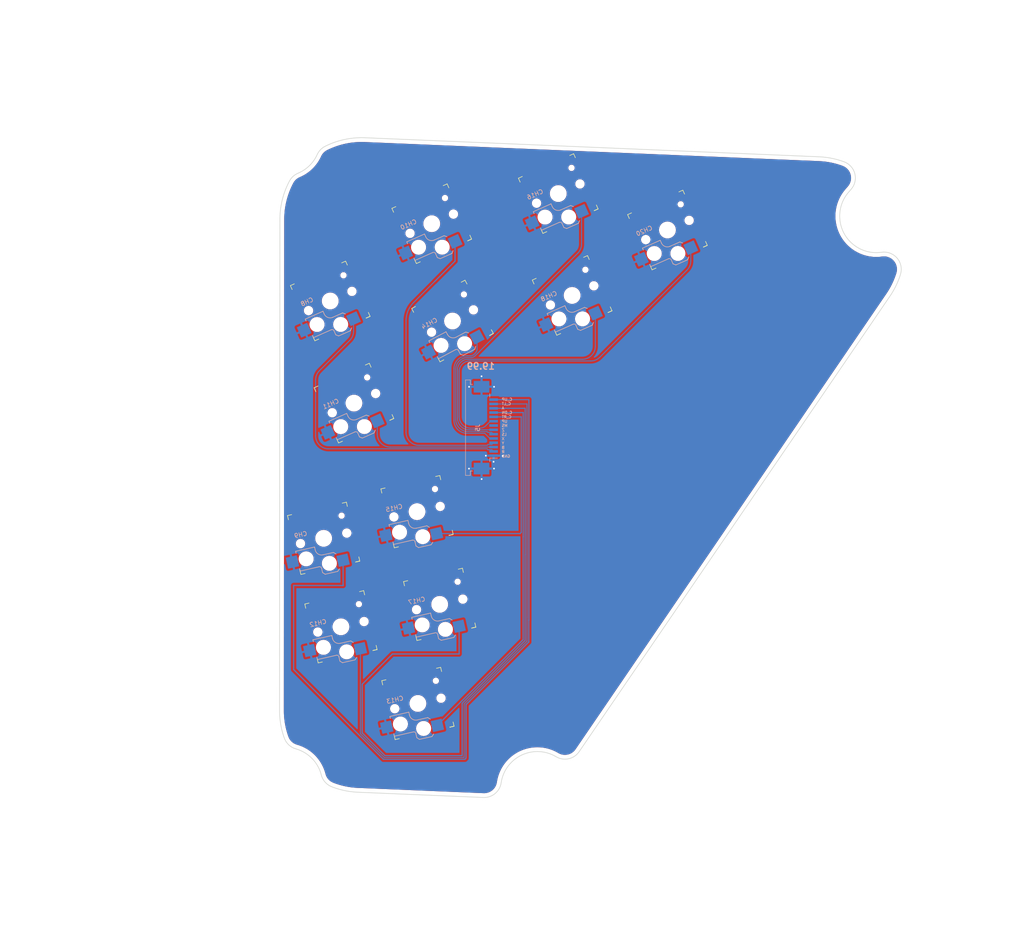
<source format=kicad_pcb>
(kicad_pcb (version 20240108) (generator "pcbnew") (generator_version "8.0")
  (layers (0 "F.Cu" signal) (31 "B.Cu" signal) (34 "B.Paste" user) (35 "F.Paste" user) (36 "B.SilkS" user "B.Silkscreen") (37 "F.SilkS" user "F.Silkscreen") (38 "B.Mask" user) (39 "F.Mask" user) (44 "Edge.Cuts" user))
  (net 0 "")
  (net 1 "C_UP")
  (net 2 "C_LT")
  (net 3 "A")
  (net 4 "C_DN")
  (net 5 "C_RT")
  (net 6 "UP")
  (net 7 "MS")
  (net 8 "Z")
  (net 9 "LS")
  (net 10 "X")
  (net 11 "Y")
  (net 12 "B")
  (net 13 "R")
  (net 14 "GND")
  (footprint "PCBs:Kailh_socket_PG1350" (layer "F.Cu") (at 90.435084 38.611672 23.9)
    (property "Reference" "CH16" (at -5 -2 23.9) (layer "B.SilkS") (effects (justify mirror)))
    (property "Value" "choc_SW_HS")
    (pad "" np_thru_hole circle (at -5.5 0 23.9) (size 1.7018 1.7018) (drill 1.7018) (layers "*.Cu" "*.Mask"))
    (pad "" np_thru_hole circle (at -5 3.75 23.9) (size 3 3) (drill 3) (layers "*.Cu" "*.Mask"))
    (pad "" np_thru_hole circle (at 0 0 23.9) (size 3.429 3.429) (drill 3.429) (layers "*.Cu" "*.Mask"))
    (pad "" np_thru_hole circle (at 0 5.95 23.9) (size 3 3) (drill 3) (layers "*.Cu" "*.Mask"))
    (pad "" np_thru_hole circle (at 5.22 -4.2 23.9) (size 0.9906 0.9906) (drill 0.9906) (layers "*.Cu" "*.Mask"))
    (pad "" np_thru_hole circle (at 5.5 0 23.9) (size 1.7018 1.7018) (drill 1.7018) (layers "*.Cu" "*.Mask"))
    (pad "1" smd rect (at 3.275 5.95 23.9) (size 2.6 2.6) (layers "B.Cu" "B.Paste" "B.Mask") (net 9 "LS") (clearance 0.5))
    (pad "2" smd rect (at -8.275 3.75 23.9) (size 2.6 2.6) (layers "B.Cu" "B.Paste" "B.Mask") (net 14 "GND"))
  )
  (footprint "PCBs:Kailh_socket_PG1350" (layer "F.Cu") (at 40.06 139.09 12.8)
    (property "Reference" "CH12" (at -5 -2 12.8) (layer "B.SilkS") (effects (justify mirror)))
    (property "Value" "choc_SW_HS")
    (pad "" np_thru_hole circle (at -5.5 0 12.8) (size 1.7018 1.7018) (drill 1.7018) (layers "*.Cu" "*.Mask"))
    (pad "" np_thru_hole circle (at -5 3.75 12.8) (size 3 3) (drill 3) (layers "*.Cu" "*.Mask"))
    (pad "" np_thru_hole circle (at 0 0 12.8) (size 3.429 3.429) (drill 3.429) (layers "*.Cu" "*.Mask"))
    (pad "" np_thru_hole circle (at 0 5.95 12.8) (size 3 3) (drill 3) (layers "*.Cu" "*.Mask"))
    (pad "" np_thru_hole circle (at 5.22 -4.2 12.8) (size 0.9906 0.9906) (drill 0.9906) (layers "*.Cu" "*.Mask"))
    (pad "" np_thru_hole circle (at 5.5 0 12.8) (size 1.7018 1.7018) (drill 1.7018) (layers "*.Cu" "*.Mask"))
    (pad "1" smd rect (at 3.275 5.95 12.8) (size 2.6 2.6) (layers "B.Cu" "B.Paste" "B.Mask") (net 2 "C_LT") (clearance 0.5))
    (pad "2" smd rect (at -8.275 3.75 12.8) (size 2.6 2.6) (layers "B.Cu" "B.Paste" "B.Mask") (net 14 "GND"))
  )
  (footprint "PCBs:Kailh_socket_PG1350" (layer "F.Cu") (at 65.9224 68.169844 28)
    (property "Reference" "CH14" (at -5 -2 28) (layer "B.SilkS") (effects (justify mirror)))
    (property "Value" "choc_SW_HS")
    (pad "" np_thru_hole circle (at -5.5 0 28) (size 1.7018 1.7018) (drill 1.7018) (layers "*.Cu" "*.Mask"))
    (pad "" np_thru_hole circle (at -5 3.75 28) (size 3 3) (drill 3) (layers "*.Cu" "*.Mask"))
    (pad "" np_thru_hole circle (at 0 0 28) (size 3.429 3.429) (drill 3.429) (layers "*.Cu" "*.Mask"))
    (pad "" np_thru_hole circle (at 0 5.95 28) (size 3 3) (drill 3) (layers "*.Cu" "*.Mask"))
    (pad "" np_thru_hole circle (at 5.22 -4.2 28) (size 0.9906 0.9906) (drill 0.9906) (layers "*.Cu" "*.Mask"))
    (pad "" np_thru_hole circle (at 5.5 0 28) (size 1.7018 1.7018) (drill 1.7018) (layers "*.Cu" "*.Mask"))
    (pad "1" smd rect (at 3.275 5.95 28) (size 2.6 2.6) (layers "B.Cu" "B.Paste" "B.Mask") (net 10 "X") (clearance 0.5))
    (pad "2" smd rect (at -8.275 3.75 28) (size 2.6 2.6) (layers "B.Cu" "B.Paste" "B.Mask") (net 14 "GND"))
  )
  (footprint "PCBs:Kailh_socket_PG1350" (layer "F.Cu") (at 62.95 133.89 12.8)
    (property "Reference" "CH17" (at -5 -2 12.8) (layer "B.SilkS") (effects (justify mirror)))
    (property "Value" "choc_SW_HS")
    (pad "" np_thru_hole circle (at -5.5 0 12.8) (size 1.7018 1.7018) (drill 1.7018) (layers "*.Cu" "*.Mask"))
    (pad "" np_thru_hole circle (at -5 3.75 12.8) (size 3 3) (drill 3) (layers "*.Cu" "*.Mask"))
    (pad "" np_thru_hole circle (at 0 0 12.8) (size 3.429 3.429) (drill 3.429) (layers "*.Cu" "*.Mask"))
    (pad "" np_thru_hole circle (at 0 5.95 12.8) (size 3 3) (drill 3) (layers "*.Cu" "*.Mask"))
    (pad "" np_thru_hole circle (at 5.22 -4.2 12.8) (size 0.9906 0.9906) (drill 0.9906) (layers "*.Cu" "*.Mask"))
    (pad "" np_thru_hole circle (at 5.5 0 12.8) (size 1.7018 1.7018) (drill 1.7018) (layers "*.Cu" "*.Mask"))
    (pad "1" smd rect (at 3.275 5.95 12.8) (size 2.6 2.6) (layers "B.Cu" "B.Paste" "B.Mask") (net 3 "A") (clearance 0.5))
    (pad "2" smd rect (at -8.275 3.75 12.8) (size 2.6 2.6) (layers "B.Cu" "B.Paste" "B.Mask") (net 14 "GND"))
  )
  (footprint "PCBs:Kailh_socket_PG1350" (layer "F.Cu") (at 93.649779 62.235342 23.9)
    (property "Reference" "CH18" (at -5 -2 23.9) (layer "B.SilkS") (effects (justify mirror)))
    (property "Value" "choc_SW_HS")
    (pad "" np_thru_hole circle (at -5.5 0 23.9) (size 1.7018 1.7018) (drill 1.7018) (layers "*.Cu" "*.Mask"))
    (pad "" np_thru_hole circle (at -5 3.75 23.9) (size 3 3) (drill 3) (layers "*.Cu" "*.Mask"))
    (pad "" np_thru_hole circle (at 0 0 23.9) (size 3.429 3.429) (drill 3.429) (layers "*.Cu" "*.Mask"))
    (pad "" np_thru_hole circle (at 0 5.95 23.9) (size 3 3) (drill 3) (layers "*.Cu" "*.Mask"))
    (pad "" np_thru_hole circle (at 5.22 -4.2 23.9) (size 0.9906 0.9906) (drill 0.9906) (layers "*.Cu" "*.Mask"))
    (pad "" np_thru_hole circle (at 5.5 0 23.9) (size 1.7018 1.7018) (drill 1.7018) (layers "*.Cu" "*.Mask"))
    (pad "1" smd rect (at 3.275 5.95 23.9) (size 2.6 2.6) (layers "B.Cu" "B.Paste" "B.Mask") (net 8 "Z") (clearance 0.5))
    (pad "2" smd rect (at -8.275 3.75 23.9) (size 2.6 2.6) (layers "B.Cu" "B.Paste" "B.Mask") (net 14 "GND"))
  )
  (footprint "PCBs:Kailh_socket_PG1350" (layer "F.Cu") (at 37.577908 63.522995 23.9)
    (property "Reference" "CH8" (at -5 -2 23.9) (layer "B.SilkS") (effects (justify mirror)))
    (property "Value" "choc_SW_HS")
    (pad "" np_thru_hole circle (at -5.5 0 23.9) (size 1.7018 1.7018) (drill 1.7018) (layers "*.Cu" "*.Mask"))
    (pad "" np_thru_hole circle (at -5 3.75 23.9) (size 3 3) (drill 3) (layers "*.Cu" "*.Mask"))
    (pad "" np_thru_hole circle (at 0 0 23.9) (size 3.429 3.429) (drill 3.429) (layers "*.Cu" "*.Mask"))
    (pad "" np_thru_hole circle (at 0 5.95 23.9) (size 3 3) (drill 3) (layers "*.Cu" "*.Mask"))
    (pad "" np_thru_hole circle (at 5.22 -4.2 23.9) (size 0.9906 0.9906) (drill 0.9906) (layers "*.Cu" "*.Mask"))
    (pad "" np_thru_hole circle (at 5.5 0 23.9) (size 1.7018 1.7018) (drill 1.7018) (layers "*.Cu" "*.Mask"))
    (pad "1" smd rect (at 3.275 5.95 23.9) (size 2.6 2.6) (layers "B.Cu" "B.Paste" "B.Mask") (net 13 "R") (clearance 0.5))
    (pad "2" smd rect (at -8.275 3.75 23.9) (size 2.6 2.6) (layers "B.Cu" "B.Paste" "B.Mask") (net 14 "GND"))
  )
  (footprint "PCBs:Kailh_socket_PG1350" (layer "F.Cu") (at 57.7 112.39 12.8)
    (property "Reference" "CH15" (at -5 -2 12.8) (layer "B.SilkS") (effects (justify mirror)))
    (property "Value" "choc_SW_HS")
    (pad "" np_thru_hole circle (at -5.5 0 12.8) (size 1.7018 1.7018) (drill 1.7018) (layers "*.Cu" "*.Mask"))
    (pad "" np_thru_hole circle (at -5 3.75 12.8) (size 3 3) (drill 3) (layers "*.Cu" "*.Mask"))
    (pad "" np_thru_hole circle (at 0 0 12.8) (size 3.429 3.429) (drill 3.429) (layers "*.Cu" "*.Mask"))
    (pad "" np_thru_hole circle (at 0 5.95 12.8) (size 3 3) (drill 3) (layers "*.Cu" "*.Mask"))
    (pad "" np_thru_hole circle (at 5.22 -4.2 12.8) (size 0.9906 0.9906) (drill 0.9906) (layers "*.Cu" "*.Mask"))
    (pad "" np_thru_hole circle (at 5.5 0 12.8) (size 1.7018 1.7018) (drill 1.7018) (layers "*.Cu" "*.Mask"))
    (pad "1" smd rect (at 3.275 5.95 12.8) (size 2.6 2.6) (layers "B.Cu" "B.Paste" "B.Mask") (net 5 "C_RT") (clearance 0.5))
    (pad "2" smd rect (at -8.275 3.75 12.8) (size 2.6 2.6) (layers "B.Cu" "B.Paste" "B.Mask") (net 14 "GND"))
  )
  (footprint "PCBs:Kailh_socket_PG1350" (layer "F.Cu") (at 57.9 156.87 12.8)
    (property "Reference" "CH13" (at -5 -2 12.8) (layer "B.SilkS") (effects (justify mirror)))
    (property "Value" "choc_SW_HS")
    (pad "" np_thru_hole circle (at -5.5 0 12.8) (size 1.7018 1.7018) (drill 1.7018) (layers "*.Cu" "*.Mask"))
    (pad "" np_thru_hole circle (at -5 3.75 12.8) (size 3 3) (drill 3) (layers "*.Cu" "*.Mask"))
    (pad "" np_thru_hole circle (at 0 0 12.8) (size 3.429 3.429) (drill 3.429) (layers "*.Cu" "*.Mask"))
    (pad "" np_thru_hole circle (at 0 5.95 12.8) (size 3 3) (drill 3) (layers "*.Cu" "*.Mask"))
    (pad "" np_thru_hole circle (at 5.22 -4.2 12.8) (size 0.9906 0.9906) (drill 0.9906) (layers "*.Cu" "*.Mask"))
    (pad "" np_thru_hole circle (at 5.5 0 12.8) (size 1.7018 1.7018) (drill 1.7018) (layers "*.Cu" "*.Mask"))
    (pad "1" smd rect (at 3.275 5.95 12.8) (size 2.6 2.6) (layers "B.Cu" "B.Paste" "B.Mask") (net 4 "C_DN") (clearance 0.5))
    (pad "2" smd rect (at -8.275 3.75 12.8) (size 2.6 2.6) (layers "B.Cu" "B.Paste" "B.Mask") (net 14 "GND"))
  )
  (footprint "PCBs:Kailh_socket_PG1350" (layer "F.Cu") (at 43.074561 87.21353 23.9)
    (property "Reference" "CH11" (at -5 -2 23.9) (layer "B.SilkS") (effects (justify mirror)))
    (property "Value" "choc_SW_HS")
    (pad "" np_thru_hole circle (at -5.5 0 23.9) (size 1.7018 1.7018) (drill 1.7018) (layers "*.Cu" "*.Mask"))
    (pad "" np_thru_hole circle (at -5 3.75 23.9) (size 3 3) (drill 3) (layers "*.Cu" "*.Mask"))
    (pad "" np_thru_hole circle (at 0 0 23.9) (size 3.429 3.429) (drill 3.429) (layers "*.Cu" "*.Mask"))
    (pad "" np_thru_hole circle (at 0 5.95 23.9) (size 3 3) (drill 3) (layers "*.Cu" "*.Mask"))
    (pad "" np_thru_hole circle (at 5.22 -4.2 23.9) (size 0.9906 0.9906) (drill 0.9906) (layers "*.Cu" "*.Mask"))
    (pad "" np_thru_hole circle (at 5.5 0 23.9) (size 1.7018 1.7018) (drill 1.7018) (layers "*.Cu" "*.Mask"))
    (pad "1" smd rect (at 3.275 5.95 23.9) (size 2.6 2.6) (layers "B.Cu" "B.Paste" "B.Mask") (net 12 "B") (clearance 0.5))
    (pad "2" smd rect (at -8.275 3.75 23.9) (size 2.6 2.6) (layers "B.Cu" "B.Paste" "B.Mask") (net 14 "GND"))
  )
  (footprint "PCBs:Kailh_socket_PG1350" (layer "F.Cu") (at 36.05 118.57 12.8)
    (property "Reference" "CH9" (at -5 -2 12.8) (layer "B.SilkS") (effects (justify mirror)))
    (property "Value" "choc_SW_HS")
    (pad "" np_thru_hole circle (at -5.5 0 12.8) (size 1.7018 1.7018) (drill 1.7018) (layers "*.Cu" "*.Mask"))
    (pad "" np_thru_hole circle (at -5 3.75 12.8) (size 3 3) (drill 3) (layers "*.Cu" "*.Mask"))
    (pad "" np_thru_hole circle (at 0 0 12.8) (size 3.429 3.429) (drill 3.429) (layers "*.Cu" "*.Mask"))
    (pad "" np_thru_hole circle (at 0 5.95 12.8) (size 3 3) (drill 3) (layers "*.Cu" "*.Mask"))
    (pad "" np_thru_hole circle (at 5.22 -4.2 12.8) (size 0.9906 0.9906) (drill 0.9906) (layers "*.Cu" "*.Mask"))
    (pad "" np_thru_hole circle (at 5.5 0 12.8) (size 1.7018 1.7018) (drill 1.7018) (layers "*.Cu" "*.Mask"))
    (pad "1" smd rect (at 3.275 5.95 12.8) (size 2.6 2.6) (layers "B.Cu" "B.Paste" "B.Mask") (net 1 "C_UP") (clearance 0.5))
    (pad "2" smd rect (at -8.275 3.75 12.8) (size 2.6 2.6) (layers "B.Cu" "B.Paste" "B.Mask") (net 14 "GND"))
  )
  (footprint "PCBs:Kailh_socket_PG1350" (layer "F.Cu") (at 61.108971 45.605613 23.9)
    (property "Reference" "CH10" (at -5 -2 23.9) (layer "B.SilkS") (effects (justify mirror)))
    (property "Value" "choc_SW_HS")
    (pad "" np_thru_hole circle (at -5.5 0 23.9) (size 1.7018 1.7018) (drill 1.7018) (layers "*.Cu" "*.Mask"))
    (pad "" np_thru_hole circle (at -5 3.75 23.9) (size 3 3) (drill 3) (layers "*.Cu" "*.Mask"))
    (pad "" np_thru_hole circle (at 0 0 23.9) (size 3.429 3.429) (drill 3.429) (layers "*.Cu" "*.Mask"))
    (pad "" np_thru_hole circle (at 0 5.95 23.9) (size 3 3) (drill 3) (layers "*.Cu" "*.Mask"))
    (pad "" np_thru_hole circle (at 5.22 -4.2 23.9) (size 0.9906 0.9906) (drill 0.9906) (layers "*.Cu" "*.Mask"))
    (pad "" np_thru_hole circle (at 5.5 0 23.9) (size 1.7018 1.7018) (drill 1.7018) (layers "*.Cu" "*.Mask"))
    (pad "1" smd rect (at 3.275 5.95 23.9) (size 2.6 2.6) (layers "B.Cu" "B.Paste" "B.Mask") (net 11 "Y") (clearance 0.5))
    (pad "2" smd rect (at -8.275 3.75 23.9) (size 2.6 2.6) (layers "B.Cu" "B.Paste" "B.Mask") (net 14 "GND"))
  )
  (footprint "PCBs:Kailh_socket_PG1350" (layer "F.Cu") (at 115.745587 47.061579 23.9)
    (property "Reference" "CH20" (at -5 -2 23.9) (layer "B.SilkS") (effects (justify mirror)))
    (property "Value" "choc_SW_HS")
    (pad "" np_thru_hole circle (at -5.5 0 23.9) (size 1.7018 1.7018) (drill 1.7018) (layers "*.Cu" "*.Mask"))
    (pad "" np_thru_hole circle (at -5 3.75 23.9) (size 3 3) (drill 3) (layers "*.Cu" "*.Mask"))
    (pad "" np_thru_hole circle (at 0 0 23.9) (size 3.429 3.429) (drill 3.429) (layers "*.Cu" "*.Mask"))
    (pad "" np_thru_hole circle (at 0 5.95 23.9) (size 3 3) (drill 3) (layers "*.Cu" "*.Mask"))
    (pad "" np_thru_hole circle (at 5.22 -4.2 23.9) (size 0.9906 0.9906) (drill 0.9906) (layers "*.Cu" "*.Mask"))
    (pad "" np_thru_hole circle (at 5.5 0 23.9) (size 1.7018 1.7018) (drill 1.7018) (layers "*.Cu" "*.Mask"))
    (pad "1" smd rect (at 3.275 5.95 23.9) (size 2.6 2.6) (layers "B.Cu" "B.Paste" "B.Mask") (net 6 "UP") (clearance 0.5))
    (pad "2" smd rect (at -8.275 3.75 23.9) (size 2.6 2.6) (layers "B.Cu" "B.Paste" "B.Mask") (net 14 "GND"))
  )
  (footprint "Connector_FFC-FPC:TE_1-84953-4_1x14-1MP_P1.0mm_Horizontal" (layer "B.Cu") (at 73.65 92.91 90)
    (property "Reference" "J5" (at -0.01 -1.89 90) (layer "B.SilkS") (effects (justify mirror)))
    (property "Value" "FFC Connector")
    (pad "1" smd rect (at -6.5 1.8 90) (size 0.61 2) (layers "B.Cu" "B.Paste" "B.Mask") (net 14 "GND"))
    (pad "2" smd rect (at -5.5 1.8 90) (size 0.61 2) (layers "B.Cu" "B.Paste" "B.Mask") (net 13 "R"))
    (pad "3" smd rect (at -4.5 1.8 90) (size 0.61 2) (layers "B.Cu" "B.Paste" "B.Mask") (net 12 "B"))
    (pad "4" smd rect (at -3.5 1.8 90) (size 0.61 2) (layers "B.Cu" "B.Paste" "B.Mask") (net 11 "Y"))
    (pad "5" smd rect (at -2.5 1.8 90) (size 0.61 2) (layers "B.Cu" "B.Paste" "B.Mask") (net 10 "X"))
    (pad "6" smd rect (at -1.5 1.8 90) (size 0.61 2) (layers "B.Cu" "B.Paste" "B.Mask") (net 9 "LS"))
    (pad "7" smd rect (at -0.5 1.8 90) (size 0.61 2) (layers "B.Cu" "B.Paste" "B.Mask") (net 8 "Z"))
    (pad "8" smd rect (at 0.5 1.8 90) (size 0.61 2) (layers "B.Cu" "B.Paste" "B.Mask") (net 7 "MS"))
    (pad "9" smd rect (at 1.5 1.8 90) (size 0.61 2) (layers "B.Cu" "B.Paste" "B.Mask") (net 6 "UP"))
    (pad "10" smd rect (at 2.5 1.8 90) (size 0.61 2) (layers "B.Cu" "B.Paste" "B.Mask") (net 5 "C_RT"))
    (pad "11" smd rect (at 3.5 1.8 90) (size 0.61 2) (layers "B.Cu" "B.Paste" "B.Mask") (net 4 "C_DN"))
    (pad "12" smd rect (at 4.5 1.8 90) (size 0.61 2) (layers "B.Cu" "B.Paste" "B.Mask") (net 3 "A"))
    (pad "13" smd rect (at 5.5 1.8 90) (size 0.61 2) (layers "B.Cu" "B.Paste" "B.Mask") (net 2 "C_LT"))
    (pad "14" smd rect (at 6.5 1.8 90) (size 0.61 2) (layers "B.Cu" "B.Paste" "B.Mask") (net 1 "C_UP"))
    (pad "MP" smd rect (at -9.49 -1 90) (size 2.68 3.6) (layers "B.Cu" "B.Paste" "B.Mask") (net 14 "GND"))
    (pad "MP" smd rect (at 9.49 -1 90) (size 2.68 3.6) (layers "B.Cu" "B.Paste" "B.Mask") (net 14 "GND"))
  )
  (gr_poly (pts (xy 73.082442 178.676456) (xy 43.985637 177.454684) (xy 43.597322 177.434386) (xy 43.209791 177.40615) (xy 42.823164 177.370002) (xy 42.43756 177.325965) (xy 42.053098 177.274065) (xy 41.669898 177.214327) (xy 41.288081 177.146775) (xy 40.907764 177.071435) (xy 40.529067 176.988332) (xy 40.152111 176.89749) (xy 39.777015 176.798934) (xy 39.403897 176.69269) (xy 39.032879 176.578783) (xy 38.664078 176.457237) (xy 38.297615 176.328076) (xy 37.933609 176.191328) (xy 37.711732 176.097585) (xy 37.392979 175.933727) (xy 37.092355 175.743387) (xy 36.811267 175.528151) (xy 36.551124 175.28961) (xy 36.313334 175.029349) (xy 36.099306 174.748957) (xy 35.910449 174.450021) (xy 35.74817 174.13413) (xy 35.613877 173.802871) (xy 35.50898 173.457833) (xy 35.434515 173.185181) (xy 35.351406 172.916317) (xy 35.259805 172.651397) (xy 35.159869 172.390581) (xy 35.051752 172.134027) (xy 34.935608 171.881894) (xy 34.811591 171.63434) (xy 34.679857 171.391524) (xy 34.540559 171.153604) (xy 34.393852 170.920739) (xy 34.239891 170.693088) (xy 34.07883 170.470809) (xy 33.910823 170.25406) (xy 33.736025 170.043001) (xy 33.554591 169.837789) (xy 33.366674 169.638584) (xy 33.172431 169.445544) (xy 32.972014 169.258826) (xy 32.765578 169.078591) (xy 32.553278 168.904997) (xy 32.335269 168.738201) (xy 32.111705 168.578364) (xy 31.882739 168.425642) (xy 31.648528 168.280195) (xy 31.409225 168.142182) (xy 31.164985 168.01176) (xy 30.915962 167.889089) (xy 30.662311 167.774327) (xy 30.404185 167.667632) (xy 30.141741 167.569164) (xy 29.875132 167.47908) (xy 29.604512 167.39754) (xy 29.374847 167.324938) (xy 29.042179 167.191579) (xy 28.725085 167.030159) (xy 28.425117 166.842129) (xy 28.143824 166.628937) (xy 27.882758 166.392032) (xy 27.643468 166.132864) (xy 27.427506 165.852882) (xy 27.236422 165.553535) (xy 27.071767 165.236272) (xy 26.93509 164.902544) (xy 26.801573 164.516263) (xy 26.676513 164.127512) (xy 26.559937 163.73643) (xy 26.451868 163.343156) (xy 26.352329 162.94783) (xy 26.261347 162.550591) (xy 26.178943 162.15158) (xy 26.105144 161.750936) (xy 26.039972 161.348798) (xy 25.983452 160.945306) (xy 25.935609 160.5406) (xy 25.896466 160.134819) (xy 25.866048 159.728102) (xy 25.844378 159.320591) (xy 25.831481 158.912423) (xy 25.827381 158.503739) (xy 25.91284 44.5889) (xy 25.915287 44.298234) (xy 25.922182 44.007899) (xy 25.933514 43.717943) (xy 25.94927 43.428416) (xy 25.969438 43.139366) (xy 25.994005 42.850842) (xy 26.02296 42.562895) (xy 26.056289 42.275572) (xy 26.093982 41.988922) (xy 26.136025 41.702996) (xy 26.182406 41.417841) (xy 26.233113 41.133507) (xy 26.288134 40.850044) (xy 26.347456 40.567499) (xy 26.411068 40.285923) (xy 26.478956 40.005364) (xy 26.551109 39.725872) (xy 26.627514 39.447495) (xy 26.70816 39.170282) (xy 26.793033 38.894283) (xy 26.882122 38.619547) (xy 26.975413 38.346122) (xy 27.072896 38.074058) (xy 27.174558 37.803404) (xy 27.280386 37.534209) (xy 27.390368 37.266523) (xy 27.504492 37.000393) (xy 27.622746 36.735869) (xy 27.745117 36.473001) (xy 27.871593 36.211837) (xy 28.002162 35.952427) (xy 28.136811 35.694819) (xy 28.220854 35.544864) (xy 28.358251 35.327914) (xy 28.508731 35.121013) (xy 28.671711 34.924693) (xy 28.846608 34.739487) (xy 29.03284 34.565924) (xy 29.229824 34.404537) (xy 29.436977 34.255858) (xy 29.653718 34.120418) (xy 29.879462 33.998748) (xy 30.113628 33.891381) (xy 30.479088 33.727634) (xy 30.835021 33.547563) (xy 31.180959 33.351623) (xy 31.516435 33.140268) (xy 31.840985 32.913951) (xy 32.154139 32.673127) (xy 32.455433 32.41825) (xy 32.744399 32.149775) (xy 33.020571 31.868156) (xy 33.283482 31.573847) (xy 33.532665 31.267302) (xy 33.767653 30.948975) (xy 33.987981 30.619321) (xy 34.193181 30.278794) (xy 34.382786 29.927849) (xy 34.55633 29.566939) (xy 34.630504 29.411865) (xy 34.753589 29.186486) (xy 34.890379 28.97029) (xy 35.040328 28.763846) (xy 35.202887 28.567721) (xy 35.37751 28.382483) (xy 35.563649 28.2087) (xy 35.760758 28.046941) (xy 35.96829 27.897774) (xy 36.185698 27.761766) (xy 36.412433 27.639486) (xy 36.682105 27.507749) (xy 36.95357 27.380418) (xy 37.226774 27.257503) (xy 37.501661 27.139017) (xy 37.778179 27.02497) (xy 38.056272 26.915375) (xy 38.335886 26.810243) (xy 38.616966 26.709586) (xy 38.899459 26.613415) (xy 39.183309 26.521742) (xy 39.468463 26.434578) (xy 39.754866 26.351935) (xy 40.042463 26.273825) (xy 40.3312 26.20026) (xy 40.621023 26.13125) (xy 40.911877 26.066808) (xy 41.203708 26.006945) (xy 41.496462 25.951673) (xy 41.790084 25.901004) (xy 42.084519 25.854948) (xy 42.379713 25.813518) (xy 42.675613 25.776724) (xy 42.972162 25.74458) (xy 43.269308 25.717096) (xy 43.566995 25.694284) (xy 43.86517 25.676156) (xy 44.163777 25.662723) (xy 44.462762 25.653997) (xy 44.762072 25.649989) (xy 45.061651 25.650711) (xy 45.361445 25.656175) (xy 45.661399 25.666393) (xy 150.902255 30.08545) (xy 151.273778 30.104704) (xy 151.6446 30.131226) (xy 152.014618 30.164995) (xy 152.383726 30.205989) (xy 152.751819 30.254188) (xy 153.118794 30.30957) (xy 153.484544 30.372115) (xy 153.848965 30.441801) (xy 154.211952 30.518606) (xy 154.5734 30.602511) (xy 154.933205 30.693493) (xy 155.291262 30.791532) (xy 155.647465 30.896606) (xy 156.00171 31.008695) (xy 156.353891 31.127776) (xy 156.703905 31.253831) (xy 156.78749 31.285934) (xy 157.033244 31.393197) (xy 157.27089 31.516527) (xy 157.499647 31.655461) (xy 157.718735 31.809538) (xy 157.927372 31.978296) (xy 158.222278 32.260957) (xy 158.482178 32.566038) (xy 158.706867 32.890708) (xy 158.896144 33.232139) (xy 159.049804 33.587501) (xy 159.167646 33.953965) (xy 159.249465 34.328702) (xy 159.29506 34.708883) (xy 159.304226 35.091679) (xy 159.276761 35.47426) (xy 159.212462 35.853797) (xy 159.111125 36.227461) (xy 158.972549 36.592422) (xy 158.796528 36.945852) (xy 158.582861 37.284922) (xy 158.331344 37.606802) (xy 157.744379 38.284537) (xy 157.467062 38.621592) (xy 157.209907 38.968531) (xy 156.972859 39.324602) (xy 156.755865 39.689054) (xy 156.55887 40.061135) (xy 156.381821 40.440093) (xy 156.224664 40.825178) (xy 156.087345 41.215637) (xy 155.96981 41.610719) (xy 155.872005 42.009673) (xy 155.793876 42.411746) (xy 155.735369 42.816189) (xy 155.696431 43.222248) (xy 155.677006 43.629173) (xy 155.677042 44.036212) (xy 155.696485 44.442613) (xy 155.73528 44.847625) (xy 155.793373 45.250497) (xy 155.870711 45.650477) (xy 155.96724 46.046814) (xy 156.082905 46.438755) (xy 156.217653 46.82555) (xy 156.37143 47.206447) (xy 156.544182 47.580695) (xy 156.735855 47.947541) (xy 156.946395 48.306235) (xy 157.175748 48.656025) (xy 157.42386 48.996159) (xy 157.690678 49.325887) (xy 157.976146 49.644456) (xy 158.280212 49.951114) (xy 158.602821 50.245112) (xy 158.959059 50.537109) (xy 159.328643 50.80797) (xy 159.710629 51.057418) (xy 160.104076 51.285176) (xy 160.50804 51.490971) (xy 160.92158 51.674525) (xy 161.343751 51.835563) (xy 161.773612 51.97381) (xy 162.210219 52.088989) (xy 162.652631 52.180825) (xy 163.099904 52.249043) (xy 163.551096 52.293366) (xy 164.005263 52.313519) (xy 164.461464 52.309226) (xy 164.918756 52.280211) (xy 165.376195 52.226199) (xy 165.486888 52.211651) (xy 165.7644 52.188905) (xy 166.042219 52.185555) (xy 166.319333 52.201521) (xy 166.594732 52.236724) (xy 166.867405 52.291085) (xy 167.13634 52.364524) (xy 167.519793 52.505348) (xy 167.880153 52.68074) (xy 168.216102 52.888187) (xy 168.52632 53.12518) (xy 168.809487 53.389206) (xy 169.064285 53.677756) (xy 169.289392 53.988319) (xy 169.483491 54.318383) (xy 169.64526 54.665437) (xy 169.773381 55.026972) (xy 169.866533 55.400476) (xy 169.923398 55.783439) (xy 169.942656 56.173349) (xy 169.922987 56.567695) (xy 169.863071 56.963968) (xy 169.761589 57.359656) (xy 169.653826 57.695141) (xy 169.539915 58.028363) (xy 169.419896 58.359241) (xy 169.293809 58.687692) (xy 169.161694 59.013636) (xy 169.02359 59.336989) (xy 168.879536 59.65767) (xy 168.729572 59.975597) (xy 168.573739 60.290688) (xy 168.412074 60.602861) (xy 168.244618 60.912035) (xy 168.07141 61.218127) (xy 167.89249 61.521056) (xy 167.707898 61.82074) (xy 167.517672 62.117096) (xy 167.321853 62.410044) (xy 95.279524 168.047427) (xy 95.043421 168.359945) (xy 94.78277 168.643136) (xy 94.500033 168.896457) (xy 94.197677 169.119366) (xy 93.878166 169.311319) (xy 93.543964 169.471773) (xy 93.197535 169.600187) (xy 92.841345 169.696016) (xy 92.477858 169.758718) (xy 92.109537 169.787749) (xy 91.738849 169.782568) (xy 91.368257 169.742632) (xy 91.000225 169.667396) (xy 90.637219 169.556319) (xy 90.281703 169.408858) (xy 89.936141 169.22447) (xy 89.555926 169.010116) (xy 89.169491 168.817337) (xy 88.777566 168.64595) (xy 88.380883 168.49577) (xy 87.980172 168.366612) (xy 87.576164 168.258294) (xy 87.169588 168.170631) (xy 86.761177 168.103438) (xy 86.35166 168.056532) (xy 85.941768 168.029729) (xy 85.532231 168.022845) (xy 85.123781 168.035696) (xy 84.717148 168.068097) (xy 84.313062 168.119865) (xy 83.912255 168.190815) (xy 83.515456 168.280764) (xy 83.123397 168.389527) (xy 82.736807 168.516921) (xy 82.356418 168.662762) (xy 81.98296 168.826865) (xy 81.617165 169.009046) (xy 81.259761 169.209121) (xy 80.911481 169.426907) (xy 80.573054 169.662219) (xy 80.245211 169.914873) (xy 79.928684 170.184685) (xy 79.624202 170.471472) (xy 79.332496 170.775048) (xy 79.054297 171.09523) (xy 78.790335 171.431835) (xy 78.541341 171.784677) (xy 78.308045 172.153574) (xy 78.203226 172.333986) (xy 78.054586 172.608943) (xy 77.916346 172.888841) (xy 77.788612 173.173381) (xy 77.671493 173.462265) (xy 77.565093 173.755192) (xy 77.469519 174.051865) (xy 77.384879 174.351984) (xy 77.311278 174.655251) (xy 77.248823 174.961366) (xy 77.19762 175.270031) (xy 77.124866 175.64239) (xy 77.019219 176.000358) (xy 76.882459 176.342464) (xy 76.716363 176.667234) (xy 76.522711 176.973197) (xy 76.30328 177.25888) (xy 76.05985 177.522811) (xy 75.794199 177.763519) (xy 75.508105 177.97953) (xy 75.203346 178.169373) (xy 74.881702 178.331576) (xy 74.544951 178.464666) (xy 74.194871 178.567171) (xy 73.83324 178.637619) (xy 73.461838 178.674538)) (stroke (width 0.15)) (fill none) (layer "Edge.Cuts"))
  (gr_text "C_UP\nC_LT\nA\nC_DN\nC_RT\nUP\nMS\nZ\nLS\nX\nY\nB\nR\nGND" (at 77.27 99.91 0) (layer "B.SilkS") (effects (font (size 0.63 0.63) (thickness 0.125) (bold yes)) (justify right bottom mirror)))
  (gr_text "19.99" (at 75.88 79.54 0) (layer "B.SilkS") (effects (font (size 1.5 1.5) (thickness 0.3) (bold yes)) (justify left bottom mirror)))
  (segment (start 83.595 142.601873) (end 83.595 137.57) (width 0.25) (layer "B.Cu") (net 1))
  (segment (start 83.63 86.41) (end 75.45 86.41) (width 0.25) (layer "B.Cu") (net 1))
  (segment (start 83.57 142.626872) (end 83.595 142.601873) (width 0.25) (layer "B.Cu") (net 1))
  (segment (start 29.09 149) (end 49.9 169.81) (width 0.25) (layer "B.Cu") (net 1))
  (segment (start 29.09 129.51) (end 40.56 129.51) (width 0.25) (layer "B.Cu") (net 1))
  (segment (start 49.9 169.81) (end 68.806041 169.81) (width 0.25) (layer "B.Cu") (net 1))
  (segment (start 76.19 86.41) (end 75.45 86.41) (width 0.2) (layer "B.Cu") (net 1))
  (segment (start 40.561828 129.331828) (end 40.561828 123.646567) (width 0.25) (layer "B.Cu") (net 1))
  (segment (start 69.913437 156.283435) (end 83.57 142.626872) (width 0.25) (layer "B.Cu") (net 1))
  (segment (start 83.595 137.57) (end 83.615 137.55) (width 0.25) (layer "B.Cu") (net 1))
  (segment (start 83.615 86.425) (end 83.63 86.41) (width 0.25) (layer "B.Cu") (net 1))
  (segment (start 40.57 129.5) (end 40.57 129.34) (width 0.25) (layer "B.Cu") (net 1))
  (segment (start 29.09 149) (end 29.09 129.51) (width 0.25) (layer "B.Cu") (net 1))
  (segment (start 69.055 169.561041) (end 69.055 157.141871) (width 0.25) (layer "B.Cu") (net 1))
  (segment (start 68.806041 169.81) (end 69.055 169.561041) (width 0.25) (layer "B.Cu") (net 1))
  (segment (start 69.055 157.141871) (end 69.913436 156.283435) (width 0.25) (layer "B.Cu") (net 1))
  (segment (start 83.615 137.55) (end 83.615 86.425) (width 0.25) (layer "B.Cu") (net 1))
  (segment (start 40.57 129.34) (end 40.561828 129.331828) (width 0.25) (layer "B.Cu") (net 1))
  (segment (start 40.56 129.51) (end 40.57 129.5) (width 0.25) (layer "B.Cu") (net 1))
  (segment (start 69.913436 156.283435) (end 69.913437 156.283435) (width 0.25) (layer "B.Cu") (net 1))
  (segment (start 68.63 156.965831) (end 68.63 169.385) (width 0.2) (layer "B.Cu") (net 2))
  (segment (start 83.185 87.425) (end 83.185 136.875) (width 0.2) (layer "B.Cu") (net 2))
  (segment (start 50.07604 169.385) (end 44.565 163.87396) (width 0.2) (layer "B.Cu") (net 2))
  (segment (start 83.145 142.450831) (end 68.63 156.965831) (width 0.2) (layer "B.Cu") (net 2))
  (segment (start 75.45 87.41) (end 83.18 87.41) (width 0.2) (layer "B.Cu") (net 2))
  (segment (start 44.571828 144.166567) (end 44.571828 144.368783) (width 0.2) (layer "B.Cu") (net 2))
  (segment (start 41.889573 144.064142) (end 41.889573 144.368783) (width 0.2) (layer "B.Cu") (net 2))
  (segment (start 44.565 163.87396) (end 44.565 144.173395) (width 0.2) (layer "B.Cu") (net 2))
  (segment (start 83.17 142.425832) (end 83.145 142.450831) (width 0.2) (layer "B.Cu") (net 2))
  (segment (start 44.565 144.173395) (end 44.571828 144.166567) (width 0.2) (layer "B.Cu") (net 2))
  (segment (start 83.18 87.41) (end 83.19 87.42) (width 0.2) (layer "B.Cu") (net 2))
  (segment (start 68.63 169.385) (end 50.07604 169.385) (width 0.2) (layer "B.Cu") (net 2))
  (segment (start 83.19 87.42) (end 83.185 87.425) (width 0.2) (layer "B.Cu") (net 2))
  (segment (start 83.17 136.89) (end 83.17 142.425832) (width 0.2) (layer "B.Cu") (net 2))
  (segment (start 83.185 136.875) (end 83.17 136.89) (width 0.2) (layer "B.Cu") (net 2))
  (segment (start 50.25208 168.96) (end 68.16 168.96) (width 0.25) (layer "B.Cu") (net 3))
  (segment (start 82.76 88.4) (end 82.59 88.4) (width 0.25) (layer "B.Cu") (net 3))
  (segment (start 67.461828 145.368172) (end 67.44 145.39) (width 0.25) (layer "B.Cu") (net 3))
  (segment (start 82.745 142.249791) (end 82.745 122.38) (width 0.25) (layer "B.Cu") (net 3))
  (segment (start 68.16 156.834791) (end 82.745 142.249791) (width 0.25) (layer "B.Cu") (net 3))
  (segment (start 44.99 152.4) (end 44.99 163.69792) (width 0.25) (layer "B.Cu") (net 3))
  (segment (start 82.58 88.41) (end 75.45 88.41) (width 0.25) (layer "B.Cu") (net 3))
  (segment (start 67.44 145.39) (end 52 145.39) (width 0.25) (layer "B.Cu") (net 3))
  (segment (start 52 145.39) (end 44.99 152.4) (width 0.25) (layer "B.Cu") (net 3))
  (segment (start 82.745 122.38) (end 82.76 122.365) (width 0.25) (layer "B.Cu") (net 3))
  (segment (start 68.16 168.96) (end 68.16 156.834791) (width 0.25) (layer "B.Cu") (net 3))
  (segment (start 82.76 122.365) (end 82.76 88.4) (width 0.25) (layer "B.Cu") (net 3))
  (segment (start 82.59 88.4) (end 82.58 88.41) (width 0.25) (layer "B.Cu") (net 3))
  (segment (start 44.99 163.69792) (end 50.25208 168.96) (width 0.25) (layer "B.Cu") (net 3))
  (segment (start 67.461828 138.966567) (end 67.461828 145.368172) (width 0.25) (layer "B.Cu") (net 3))
  (segment (start 82.31 118.205) (end 82.31 89.4) (width 0.25) (layer "B.Cu") (net 4))
  (segment (start 82.3 89.41) (end 75.45 89.41) (width 0.25) (layer "B.Cu") (net 4))
  (segment (start 82.295 142.063395) (end 82.295 118.22) (width 0.25) (layer "B.Cu") (net 4))
  (segment (start 82.31 89.4) (end 82.3 89.41) (width 0.25) (layer "B.Cu") (net 4))
  (segment (start 82.295 118.22) (end 82.31 118.205) (width 0.25) (layer "B.Cu") (net 4))
  (segment (start 62.411828 161.946567) (end 82.295 142.063395) (width 0.25) (layer "B.Cu") (net 4))
  (segment (start 75.45 90.41) (end 81.85 90.41) (width 0.25) (layer "B.Cu") (net 5))
  (segment (start 81.856567 117.196567) (end 81.856567 90.416567) (width 0.25) (layer "B.Cu") (net 5))
  (segment (start 62.211828 117.466567) (end 81.586567 117.466567) (width 0.25) (layer "B.Cu") (net 5))
  (segment (start 81.856567 90.416567) (end 81.85 90.41) (width 0.25) (layer "B.Cu") (net 5))
  (segment (start 81.586567 117.466567) (end 81.856567 117.196567) (width 0.25) (layer "B.Cu") (net 5))
  (segment (start 120.271681 56.36113) (end 116.39882 60.233991) (width 0.2) (layer "B.Cu") (net 6))
  (segment (start 67.467266 90.361554) (end 67.467266 79.885128) (width 0.2) (layer "B.Cu") (net 6))
  (segment (start 121.150361 51.174551) (end 121.150361 54.239809) (width 0.2) (layer "B.Cu") (net 6))
  (segment (start 72.271573 93.01) (end 70.115712 93.01) (width 0.2) (layer "B.Cu") (net 6))
  (segment (start 100.071491 76.56132) (end 116.39882 60.233991) (width 0.2) (layer "B.Cu") (net 6))
  (segment (start 69.912394 77.44) (end 97.95017 77.44) (width 0.2) (layer "B.Cu") (net 6))
  (segment (start 75.45 91.41) (end 74.7 91.41) (width 0.2) (layer "B.Cu") (net 6))
  (segment (start 74.7 91.41) (end 73.685786 92.424214) (width 0.2) (layer "B.Cu") (net 6))
  (arc (start 72.271573 93.01) (mid 73.03694 92.857759) (end 73.685786 92.424214) (width 0.2) (layer "B.Cu") (net 6))
  (arc (start 100.071491 76.56132) (mid 99.098221 77.211639) (end 97.95017 77.44) (width 0.2) (layer "B.Cu") (net 6))
  (arc (start 67.467266 79.885128) (mid 68.183427 78.156161) (end 69.912394 77.44) (width 0.2) (layer "B.Cu") (net 6))
  (arc (start 120.271681 56.36113) (mid 120.922 55.38786) (end 121.150361 54.239809) (width 0.2) (layer "B.Cu") (net 6))
  (arc (start 67.467266 90.361554) (mid 68.242978 92.234288) (end 70.115712 93.01) (width 0.2) (layer "B.Cu") (net 6))
  (segment (start 96.027126 77.04) (end 69.53816 77.04) (width 0.2) (layer "B.Cu") (net 8))
  (segment (start 69.786075 93.41) (end 75.45 93.41) (width 0.2) (layer "B.Cu") (net 8))
  (segment (start 67.067266 79.510894) (end 67.067266 90.691191) (width 0.2) (layer "B.Cu") (net 8))
  (segment (start 99.027126 66.360469) (end 99.027126 74.04) (width 0.2) (layer "B.Cu") (net 8))
  (arc (start 69.53816 77.04) (mid 67.790974 77.763708) (end 67.067266 79.510894) (width 0.2) (layer "B.Cu") (net 8))
  (arc (start 69.786075 93.41) (mid 67.863587 92.613679) (end 67.067266 90.691191) (width 0.2) (layer "B.Cu") (net 8))
  (arc (start 96.027126 77.04) (mid 98.148446 76.16132) (end 99.027126 74.04) (width 0.2) (layer "B.Cu") (net 8))
  (segment (start 94.961178 52.438822) (end 91.048427 56.351573) (width 0.2) (layer "B.Cu") (net 9))
  (segment (start 75.45 94.41) (end 75.142868 94.102868) (width 0.2) (layer "B.Cu") (net 9))
  (segment (start 66.667266 91.00176) (end 66.667266 79.368607) (width 0.2) (layer "B.Cu") (net 9))
  (segment (start 70.225368 76.636149) (end 69.399742 76.636145) (width 0.2) (layer "B.Cu") (net 9))
  (segment (start 73.820736 93.81) (end 69.475506 93.81) (width 0.2) (layer "B.Cu") (net 9))
  (segment (start 74.930736 94.015) (end 74.274264 94.015) (width 0.2) (layer "B.Cu") (net 9))
  (segment (start 95.839858 42.724644) (end 95.839858 50.317501) (width 0.2) (layer "B.Cu") (net 9))
  (segment (start 74.062132 93.927132) (end 74.032868 93.897868) (width 0.2) (layer "B.Cu") (net 9))
  (segment (start 71.144613 76.255387) (end 91.048427 56.351573) (width 0.2) (layer "B.Cu") (net 9))
  (arc (start 69.399742 76.636145) (mid 67.467591 77.43646) (end 66.667266 79.368607) (width 0.2) (layer "B.Cu") (net 9))
  (arc (start 74.274264 94.015) (mid 74.159459 93.992164) (end 74.062132 93.927132) (width 0.2) (layer "B.Cu") (net 9))
  (arc (start 75.142868 94.102868) (mid 75.045541 94.037836) (end 74.930736 94.015) (width 0.2) (layer "B.Cu") (net 9))
  (arc (start 74.032868 93.897868) (mid 73.935541 93.832836) (end 73.820736 93.81) (width 0.2) (layer "B.Cu") (net 9))
  (arc (start 94.961178 52.438822) (mid 95.611497 51.465552) (end 95.839858 50.317501) (width 0.2) (layer "B.Cu") (net 9))
  (arc (start 70.225368 76.636149) (mid 70.72286 76.537193) (end 71.144613 76.255387) (width 0.2) (layer "B.Cu") (net 9))
  (arc (start 66.667266 91.00176) (mid 67.48978 92.987486) (end 69.475506 93.81) (width 0.2) (layer "B.Cu") (net 9))
  (segment (start 73.39 94.21) (end 69.267266 94.21) (width 0.2) (layer "B.Cu") (net 10))
  (segment (start 69.267266 76.23615) (end 70.059686 76.23615) (width 0.2) (layer "B.Cu") (net 10))
  (segment (start 70.978925 75.855389) (end 71.226648 75.607666) (width 0.2) (layer "B.Cu") (net 10))
  (segment (start 75.45 95.41) (end 74.59 95.41) (width 0.2) (layer "B.Cu") (net 10))
  (segment (start 66.267266 91.21) (end 66.267266 79.23615) (width 0.2) (layer "B.Cu") (net 10))
  (segment (start 71.607409 74.688427) (end 71.607409 71.885863) (width 0.2) (layer "B.Cu") (net 10))
  (segment (start 74.59 95.41) (end 73.39 94.21) (width 0.2) (layer "B.Cu") (net 10))
  (arc (start 70.978925 75.855389) (mid 70.557175 76.137194) (end 70.059686 76.23615) (width 0.2) (layer "B.Cu") (net 10))
  (arc (start 66.267266 79.23615) (mid 67.145946 77.11483) (end 69.267266 76.23615) (width 0.2) (layer "B.Cu") (net 10))
  (arc (start 71.226648 75.607666) (mid 71.508453 75.185916) (end 71.607409 74.688427) (width 0.2) (layer "B.Cu") (net 10))
  (arc (start 66.267266 91.21) (mid 67.145946 93.33132) (end 69.267266 94.21) (width 0.2) (layer "B.Cu") (net 10))
  (segment (start 61.762203 59.017797) (end 56.917359 63.862641) (width 0.2) (layer "B.Cu") (net 11))
  (segment (start 75.055 96.805) (end 75.45 96.41) (width 0.2) (layer "B.Cu") (net 11))
  (segment (start 58.16 97.01) (end 73.945 97.01) (width 0.2) (layer "B.Cu") (net 11))
  (segment (start 73.945 97.01) (end 74.15 96.805) (width 0.2) (layer "B.Cu") (net 11))
  (segment (start 66.513745 49.718585) (end 66.513745 54.266255) (width 0.25) (layer "B.Cu") (net 11))
  (segment (start 74.15 96.805) (end 75.055 96.805) (width 0.2) (layer "B.Cu") (net 11))
  (segment (start 55.16 68.105281) (end 55.16 94.01) (width 0.2) (layer "B.Cu") (net 11))
  (segment (start 66.513745 54.266255) (end 61.762203 59.017797) (width 0.25) (layer "B.Cu") (net 11))
  (arc (start 58.16 97.01) (mid 56.03868 96.13132) (end 55.16 94.01) (width 0.2) (layer "B.Cu") (net 11))
  (arc (start 56.917359 63.862641) (mid 55.616723 65.809181) (end 55.16 68.105281) (width 0.2) (layer "B.Cu") (net 11))
  (segment (start 51.479335 97.41) (end 75.45 97.41) (width 0.2) (layer "B.Cu") (net 12))
  (segment (start 48.479335 91.326502) (end 48.479335 94.41) (width 0.2) (layer "B.Cu") (net 12))
  (arc (start 48.479335 94.41) (mid 49.358015 96.53132) (end 51.479335 97.41) (width 0.2) (layer "B.Cu") (net 12))
  (segment (start 42.982682 70.544677) (end 42.982682 67.635967) (width 0.2) (layer "B.Cu") (net 13))
  (segment (start 34.19 94.81) (end 34.19 81.822641) (width 0.2) (layer "B.Cu") (net 13))
  (segment (start 35.06868 79.70132) (end 42.104003 72.665997) (width 0.2) (layer "B.Cu") (net 13))
  (segment (start 73.945 97.81) (end 37.19 97.81) (width 0.2) (layer "B.Cu") (net 13))
  (segment (start 75.055 98.015) (end 74.15 98.015) (width 0.2) (layer "B.Cu") (net 13))
  (segment (start 74.15 98.015) (end 73.945 97.81) (width 0.2) (layer "B.Cu") (net 13))
  (segment (start 75.45 98.41) (end 75.055 98.015) (width 0.2) (layer "B.Cu") (net 13))
  (arc (start 37.19 97.81) (mid 35.06868 96.93132) (end 34.19 94.81) (width 0.2) (layer "B.Cu") (net 13))
  (arc (start 42.982682 70.544677) (mid 42.754321 71.692727) (end 42.104003 72.665997) (width 0.2) (layer "B.Cu") (net 13))
  (arc (start 34.19 81.822641) (mid 34.418362 80.67459) (end 35.06868 79.70132) (width 0.2) (layer "B.Cu") (net 13))
  (via (at 75.55 83.43) (size 0.8) (drill 0.4) (layers "F.Cu" "B.Cu") (net 14))
  (via (at 75.54 102.4) (size 0.8) (drill 0.4) (layers "F.Cu" "B.Cu") (net 14))
  (via (at 73.65 99.41) (size 0.8) (drill 0.4) (layers "F.Cu" "B.Cu") (net 14))
  (via (at 77.55 99.46) (size 0.8) (drill 0.4) (layers "F.Cu" "B.Cu") (net 14))
  (via (at 72.67 104.83) (size 0.8) (drill 0.4) (layers "F.Cu" "B.Cu") (net 14))
  (via (at 69.74 102.41) (size 0.8) (drill 0.4) (layers "F.Cu" "B.Cu") (net 14))
  (via (at 75.44 100.81) (size 0.8) (drill 0.4) (layers "F.Cu" "B.Cu") (net 14))
  (via (at 69.76 83.43) (size 0.8) (drill 0.4) (layers "F.Cu" "B.Cu") (net 14))
  (via (at 72.65 80.99) (size 0.8) (drill 0.4) (layers "F.Cu" "B.Cu") (net 14))
  (segment (start 72.65 104.81) (end 72.67 104.83) (width 0.5) (layer "B.Cu") (net 14))
  (segment (start 72.65 83.42) (end 72.65 80.99) (width 0.5) (layer "B.Cu") (net 14))
  (segment (start 69.75 102.4) (end 69.74 102.41) (width 0.5) (layer "B.Cu") (net 14))
  (segment (start 75.45 100.8) (end 75.44 100.81) (width 0.5) (layer "B.Cu") (net 14))
  (segment (start 72.65 83.42) (end 75.54 83.42) (width 0.5) (layer "B.Cu") (net 14))
  (segment (start 75.45 99.41) (end 73.65 99.41) (width 0.5) (layer "B.Cu") (net 14))
  (segment (start 72.65 102.4) (end 75.54 102.4) (width 0.5) (layer "B.Cu") (net 14))
  (segment (start 75.45 99.41) (end 77.5 99.41) (width 0.5) (layer "B.Cu") (net 14))
  (segment (start 72.65 102.4) (end 72.65 104.81) (width 0.5) (layer "B.Cu") (net 14))
  (segment (start 72.65 83.42) (end 69.77 83.42) (width 0.5) (layer "B.Cu") (net 14))
  (segment (start 72.65 102.4) (end 69.75 102.4) (width 0.5) (layer "B.Cu") (net 14))
  (segment (start 69.77 83.42) (end 69.76 83.43) (width 0.5) (layer "B.Cu") (net 14))
  (segment (start 77.5 99.41) (end 77.55 99.46) (width 0.5) (layer "B.Cu") (net 14))
  (segment (start 75.54 83.42) (end 75.55 83.43) (width 0.5) (layer "B.Cu") (net 14))
  (segment (start 75.45 99.41) (end 75.45 100.8) (width 0.5) (layer "B.Cu") (net 14))
  (zone (net 14) (net_name "GND") (layers "F&B.Cu") (connect_pads (clearance 0.5)) (min_thickness 0.25) (fill yes (thermal_gap 0.5) (thermal_bridge_width 0.5))
    (polygon (pts (xy -38.97 -5.2) (xy 198.4 -6.28) (xy 183.29 208.43) (xy -3.36 200.88)))
  )
)
</source>
